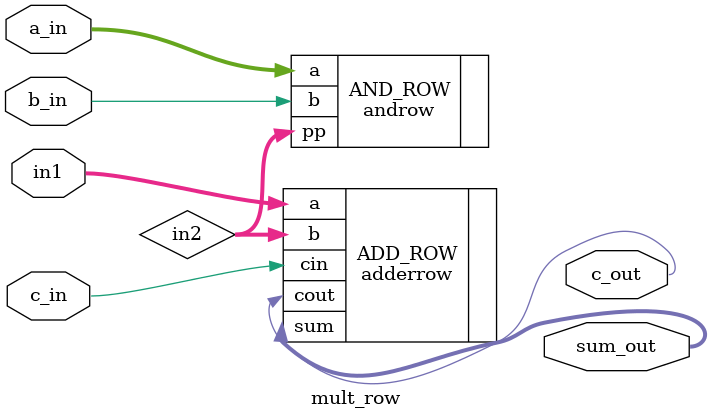
<source format=sv>
module mult_row(sum_out, c_out, in1, a_in, b_in, c_in);
    output logic [7:0] sum_out;
    output logic       c_out;
    input  logic [7:0] in1;
    input  logic [7:0] a_in;
    input  logic       b_in;
    input  logic       c_in;

    logic [7:0] in2;

    androw AND_ROW (
        .pp(in2),
        .a (a_in),
        .b (b_in)
    );

    adderrow ADD_ROW (
        .a   (in1),
        .b   (in2),
        .cin (c_in),
        .sum (sum_out),
        .cout(c_out)
    );
endmodule
</source>
